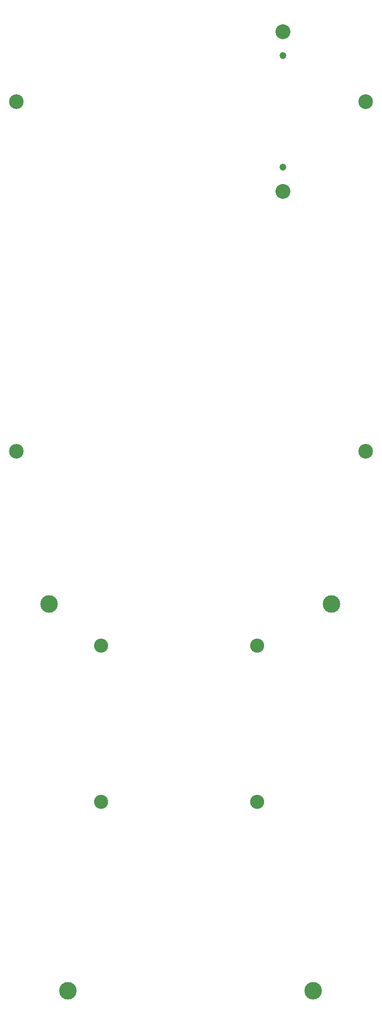
<source format=gbr>
G04 Layer_Color=0*
%FSLAX26Y26*%
%MOIN*%
%TF.FileFunction,NonPlated,1,6,NPTH,Drill*%
%TF.Part,Single*%
G01*
G75*
%TA.AperFunction,ComponentDrill*%
%ADD85C,0.100000*%
%ADD86C,0.047000*%
%ADD87C,0.118110*%
%TA.AperFunction,OtherDrill,Free Pad (-2488mil,6278.5mil)*%
%ADD88C,0.098425*%
%TA.AperFunction,OtherDrill,Free Pad (-2488mil,3928.5mil)*%
%ADD89C,0.098425*%
%TA.AperFunction,OtherDrill,Free Pad (-138mil,6278.5mil)*%
%ADD90C,0.098425*%
%TA.AperFunction,OtherDrill,Free Pad (-138mil,3928.5mil)*%
%ADD91C,0.098425*%
%TA.AperFunction,OtherDrill,Free Pad (-1919.851mil,1570.178mil)*%
%ADD92C,0.095000*%
%TA.AperFunction,OtherDrill,Free Pad (-869.851mil,2620.178mil)*%
%ADD93C,0.095000*%
%TA.AperFunction,OtherDrill,Free Pad (-869.851mil,1570.178mil)*%
%ADD94C,0.095000*%
%TA.AperFunction,OtherDrill,Free Pad (-1919.851mil,2620.178mil)*%
%ADD95C,0.095000*%
D85*
X-693803Y5675260D02*
D03*
X-693803Y6747660D02*
D03*
D86*
X-693803Y6585760D02*
D03*
X-695403Y5837160D02*
D03*
D87*
X-2143000Y300000D02*
D03*
X-493000Y300000D02*
D03*
X-368000Y2900000D02*
D03*
X-2268000Y2900000D02*
D03*
D88*
X-2488000Y6278500D02*
D03*
D89*
X-2488000Y3928500D02*
D03*
D90*
X-138000Y6278500D02*
D03*
D91*
X-138000Y3928500D02*
D03*
D92*
X-1919851Y1570178D02*
D03*
D93*
X-869851Y2620178D02*
D03*
D94*
X-869851Y1570178D02*
D03*
D95*
X-1919851Y2620178D02*
D03*
%TF.MD5,ed3d22351ec57a0922035d0228dedf12*%
M02*

</source>
